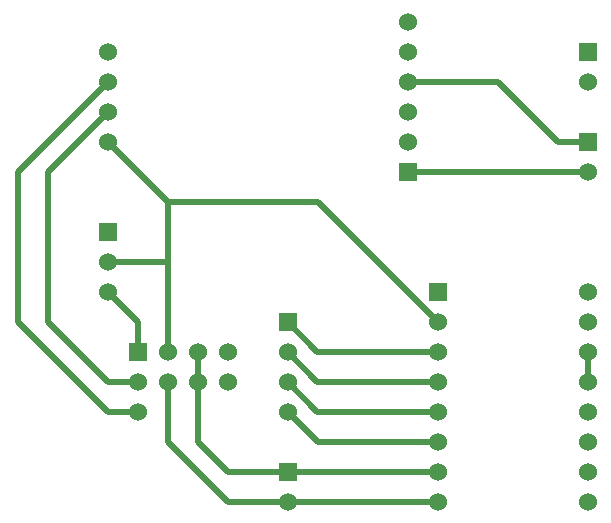
<source format=gbr>
%TF.GenerationSoftware,KiCad,Pcbnew,(6.0.2)*%
%TF.CreationDate,2023-07-03T16:13:51+01:00*%
%TF.ProjectId,Stretchy,53747265-7463-4687-992e-6b696361645f,rev?*%
%TF.SameCoordinates,Original*%
%TF.FileFunction,Copper,L1,Top*%
%TF.FilePolarity,Positive*%
%FSLAX46Y46*%
G04 Gerber Fmt 4.6, Leading zero omitted, Abs format (unit mm)*
G04 Created by KiCad (PCBNEW (6.0.2)) date 2023-07-03 16:13:51*
%MOMM*%
%LPD*%
G01*
G04 APERTURE LIST*
%TA.AperFunction,ComponentPad*%
%ADD10R,1.530000X1.530000*%
%TD*%
%TA.AperFunction,ComponentPad*%
%ADD11C,1.530000*%
%TD*%
%TA.AperFunction,Conductor*%
%ADD12C,0.500000*%
%TD*%
G04 APERTURE END LIST*
D10*
%TO.P,REF1,1*%
%TO.N,N/C*%
X134620000Y-93980000D03*
D11*
%TO.P,REF1,2*%
X134620000Y-96520000D03*
%TO.P,REF1,3*%
X134620000Y-99060000D03*
%TO.P,REF1,4*%
X134620000Y-101600000D03*
%TO.P,REF1,5*%
X134620000Y-104140000D03*
%TO.P,REF1,6*%
X134620000Y-106680000D03*
%TO.P,REF1,7*%
X134620000Y-109220000D03*
%TO.P,REF1,8*%
X134620000Y-111760000D03*
%TO.P,REF1,9*%
X147320000Y-111760000D03*
%TO.P,REF1,10*%
X147320000Y-109220000D03*
%TO.P,REF1,11*%
X147320000Y-106680000D03*
%TO.P,REF1,12*%
X147320000Y-104140000D03*
%TO.P,REF1,13*%
X147320000Y-101600000D03*
%TO.P,REF1,14*%
X147320000Y-99060000D03*
%TO.P,REF1,15*%
X147320000Y-96520000D03*
%TO.P,REF1,16*%
X147320000Y-93980000D03*
%TD*%
D10*
%TO.P,REF8,1*%
%TO.N,N/C*%
X147320000Y-73660000D03*
D11*
%TO.P,REF8,2*%
X147320000Y-76200000D03*
%TD*%
D10*
%TO.P,REF3,1*%
%TO.N,N/C*%
X121920000Y-109220000D03*
D11*
%TO.P,REF3,2*%
X121920000Y-111760000D03*
%TD*%
D10*
%TO.P,REF4,1*%
%TO.N,N/C*%
X121931725Y-96533794D03*
D11*
%TO.P,REF4,2*%
X121931725Y-99073794D03*
%TO.P,REF4,3*%
X121931725Y-101613794D03*
%TO.P,REF4,4*%
X121920000Y-104140000D03*
%TD*%
D10*
%TO.P,REF2,1*%
%TO.N,N/C*%
X132080000Y-83820000D03*
D11*
%TO.P,REF2,2*%
X132080000Y-81280000D03*
%TO.P,REF2,3*%
X132080000Y-78740000D03*
%TO.P,REF2,4*%
X132080000Y-76200000D03*
%TO.P,REF2,5*%
X132080000Y-73660000D03*
%TO.P,REF2,6*%
X132080000Y-71120000D03*
%TO.P,REF2,7*%
X106680000Y-73660000D03*
%TO.P,REF2,8*%
X106680000Y-76200000D03*
%TO.P,REF2,9*%
X106680000Y-78740000D03*
%TO.P,REF2,10*%
X106680000Y-81280000D03*
%TD*%
D10*
%TO.P,REF6,1*%
%TO.N,N/C*%
X106680000Y-88900000D03*
D11*
%TO.P,REF6,2*%
X106680000Y-91440000D03*
%TO.P,REF6,3*%
X106680000Y-93980000D03*
%TD*%
D10*
%TO.P,REF5,1*%
%TO.N,N/C*%
X109220000Y-99060000D03*
D11*
%TO.P,REF5,2*%
X111760000Y-99060000D03*
%TO.P,REF5,3*%
X114300000Y-99060000D03*
%TO.P,REF5,4*%
X116840000Y-99060000D03*
%TO.P,REF5,5*%
X109220000Y-101600000D03*
%TO.P,REF5,6*%
X111760000Y-101600000D03*
%TO.P,REF5,7*%
X114300000Y-101600000D03*
%TO.P,REF5,8*%
X116840000Y-101600000D03*
%TO.P,REF5,9*%
X109220000Y-104140000D03*
%TD*%
D10*
%TO.P,REF7,1*%
%TO.N,N/C*%
X147320000Y-81280000D03*
D11*
%TO.P,REF7,2*%
X147320000Y-83820000D03*
%TD*%
D12*
%TO.N,*%
X109220000Y-96520000D02*
X106680000Y-93980000D01*
X99060000Y-83820000D02*
X99060000Y-96520000D01*
X106680000Y-91440000D02*
X111760000Y-91440000D01*
X134620000Y-109220000D02*
X121920000Y-109220000D01*
X124457931Y-99060000D02*
X121931725Y-96533794D01*
X134620000Y-96520000D02*
X124460000Y-86360000D01*
X106680000Y-78740000D02*
X101600000Y-83820000D01*
X106680000Y-104140000D02*
X109220000Y-104140000D01*
X111760000Y-86360000D02*
X111760000Y-99060000D01*
X101600000Y-96520000D02*
X106680000Y-101600000D01*
X134620000Y-101600000D02*
X124457931Y-101600000D01*
X106680000Y-76200000D02*
X99060000Y-83820000D01*
X114300000Y-101600000D02*
X114300000Y-106680000D01*
X116840000Y-109220000D02*
X121920000Y-109220000D01*
X114300000Y-99060000D02*
X114300000Y-101600000D01*
X109220000Y-99060000D02*
X109220000Y-96520000D01*
X101600000Y-83820000D02*
X101600000Y-96520000D01*
X99060000Y-96520000D02*
X106680000Y-104140000D01*
X144780000Y-81280000D02*
X147320000Y-81280000D01*
X134620000Y-99060000D02*
X124457931Y-99060000D01*
X124457931Y-101600000D02*
X121931725Y-99073794D01*
X114300000Y-106680000D02*
X116840000Y-109220000D01*
X124457931Y-104140000D02*
X121931725Y-101613794D01*
X124460000Y-86360000D02*
X111760000Y-86360000D01*
X121920000Y-111760000D02*
X134620000Y-111760000D01*
X111760000Y-106680000D02*
X116840000Y-111760000D01*
X139700000Y-76200000D02*
X144780000Y-81280000D01*
X106680000Y-101600000D02*
X109220000Y-101600000D01*
X132080000Y-83820000D02*
X147320000Y-83820000D01*
X116840000Y-111760000D02*
X121920000Y-111760000D01*
X124460000Y-106680000D02*
X121920000Y-104140000D01*
X134620000Y-106680000D02*
X124460000Y-106680000D01*
X147320000Y-99060000D02*
X147320000Y-101600000D01*
X111760000Y-101600000D02*
X111760000Y-106680000D01*
X106680000Y-81280000D02*
X111760000Y-86360000D01*
X134620000Y-104140000D02*
X124457931Y-104140000D01*
X132080000Y-76200000D02*
X139700000Y-76200000D01*
%TD*%
M02*

</source>
